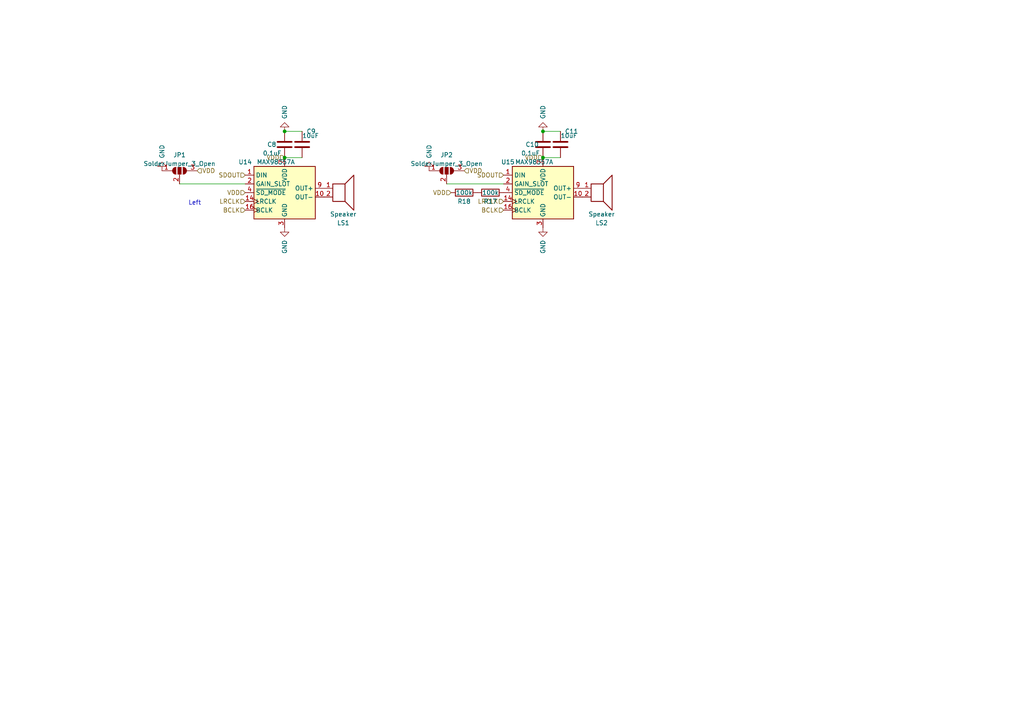
<source format=kicad_sch>
(kicad_sch (version 20230121) (generator eeschema)
  (paper "A4")
  (lib_symbols
    (symbol "Device:C" (pin_numbers hide) (pin_names (offset 0.254))
      (property "Reference" "C" (at 0.635 2.54 0))
      (property "Value" "C" (at 0.635 -2.54 0))
      (symbol "C_0_1"
        (polyline (pts (xy -2.032 -0.762) (xy 2.032 -0.762)) (stroke (width 0.508)))
        (polyline (pts (xy -2.032 0.762) (xy 2.032 0.762)) (stroke (width 0.508)))
      )
      (symbol "C_1_1"
        (pin passive line (at 0 3.81 270) (length 2.794) (name "~") (number "1"))
        (pin passive line (at 0 -3.81 90) (length 2.794) (name "~") (number "2"))
      )
    )
    (symbol "Device:R" (pin_numbers hide) (pin_names (offset 0))
      (property "Reference" "R" (at 2.032 0 90))
      (property "Value" "R" (at 0 0 90))
      (symbol "R_0_1"
        (rectangle (start -1.016 -2.54) (end 1.016 2.54) (stroke (width 0.254)))
      )
      (symbol "R_1_1"
        (pin passive line (at 0 3.81 270) (length 1.27) (name "~") (number "1"))
        (pin passive line (at 0 -3.81 90) (length 1.27) (name "~") (number "2"))
      )
    )
    (symbol "Device:Speaker" (pin_names (offset 0) hide)
      (property "Reference" "LS" (at 1.27 5.715 0))
      (property "Value" "Speaker" (at 1.27 3.81 0))
      (symbol "Speaker_0_0"
        (rectangle (start -2.54 1.27) (end 1.016 -3.81) (stroke (width 0.254)))
        (polyline (pts (xy 1.016 1.27) (xy 3.556 3.81) (xy 3.556 -6.35) (xy 1.016 -3.81)) (stroke (width 0.254)))
      )
      (symbol "Speaker_1_1"
        (pin input line (at -5.08 0 0) (length 2.54) (name "1") (number "1"))
        (pin input line (at -5.08 -2.54 0) (length 2.54) (name "2") (number "2"))
      )
    )
    (symbol "Jumper:SolderJumper_3_Open" (pin_names (offset 0) hide)
      (property "Reference" "JP" (at -2.54 -2.54 0))
      (property "Value" "SolderJumper_3_Open" (at 0 2.794 0))
      (symbol "SolderJumper_3_Open_0_1"
        (arc (start -1.016 1.016) (mid -2.0276 0) (end -1.016 -1.016))
        (arc (start -1.016 1.016) (mid -2.0276 0) (end -1.016 -1.016) (fill (type outline)))
        (rectangle (start -0.508 1.016) (end 0.508 -1.016) (fill (type outline)))
        (polyline (pts (xy -2.54 0) (xy -2.032 0)))
        (polyline (pts (xy -1.016 1.016) (xy -1.016 -1.016)))
        (polyline (pts (xy 0 -1.27) (xy 0 -1.016)))
        (polyline (pts (xy 1.016 1.016) (xy 1.016 -1.016)))
        (polyline (pts (xy 2.54 0) (xy 2.032 0)))
        (arc (start 1.016 -1.016) (mid 2.0276 0) (end 1.016 1.016))
        (arc (start 1.016 -1.016) (mid 2.0276 0) (end 1.016 1.016) (fill (type outline)))
      )
      (symbol "SolderJumper_3_Open_1_1"
        (pin passive line (at -5.08 0 0) (length 2.54) (name "A") (number "1"))
        (pin passive line (at 0 -3.81 90) (length 2.54) (name "C") (number "2"))
        (pin passive line (at 5.08 0 180) (length 2.54) (name "B") (number "3"))
      )
    )
    (symbol "ic:MAX98357A"
      (property "Reference" "U" (at 1.27 -8.89 0))
      (property "Value" "MAX98357A" (at 8.89 8.89 0))
      (symbol "MAX98357A_0_1"
        (rectangle (start -8.89 7.62) (end 8.89 -7.62) (stroke (width 0.254)) (fill (type background)))
      )
      (symbol "MAX98357A_1_1"
        (pin input line (at -11.43 5.08 0) (length 2.54) (name "DIN") (number "1"))
        (pin output line (at 11.43 -1.27 180) (length 2.54) (name "OUT-") (number "10"))
        (pin power_in line (at 0 -10.16 90) (length 2.54) hide (name "GND") (number "11"))
        (pin input clock (at -11.43 -2.54 0) (length 2.54) (name "LRCLK") (number "14"))
        (pin power_in line (at 0 -10.16 90) (length 2.54) hide (name "GND") (number "15"))
        (pin input clock (at -11.43 -5.08 0) (length 2.54) (name "BCLK") (number "16"))
        (pin passive line (at 0 -10.16 90) (length 2.54) hide (name "GND") (number "17"))
        (pin input line (at -11.43 2.54 0) (length 2.54) (name "GAIN_SLOT") (number "2"))
        (pin power_in line (at 0 -10.16 90) (length 2.54) (name "GND") (number "3"))
        (pin input line (at -11.43 0 0) (length 2.54) (name "~{SD_MODE}") (number "4"))
        (pin power_in line (at 0 10.16 270) (length 2.54) (name "VDD") (number "7"))
        (pin power_in line (at 0 10.16 270) (length 2.54) hide (name "VDD") (number "8"))
        (pin output line (at 11.43 1.27 180) (length 2.54) (name "OUT+") (number "9"))
      )
    )
    (symbol "power:GND" (power) (pin_names (offset 0))
      (property "Value" "GND" (at 0 -3.81 0))
      (symbol "GND_0_1"
        (polyline (pts (xy 0 0) (xy 0 -1.27) (xy 1.27 -1.27) (xy 0 -2.54) (xy -1.27 -1.27) (xy 0 -1.27)))
      )
      (symbol "GND_1_1"
        (pin power_in line (at 0 0 270) (length 0) hide (name "GND") (number "1"))
      )
    )
  )
  (junction (at 82.55 38.1))
  (junction (at 157.48 38.1))
  (junction (at 157.48 45.72))
  (junction (at 82.55 45.72))
  (wire (pts (xy 82.55 45.72) (xy 87.63 45.72)))
  (wire (pts (xy 52.07 53.34) (xy 71.12 53.34)))
  (wire (pts (xy 129.54 53.34) (xy 146.05 53.34)))
  (wire (pts (xy 87.63 38.1) (xy 82.55 38.1)))
  (wire (pts (xy 162.56 38.1) (xy 157.48 38.1)))
  (wire (pts (xy 157.48 45.72) (xy 162.56 45.72)))
  (text "Left" (at 54.61 59.69 0) (effects (font (size 1.27 1.27)) (justify left bottom)))
  (hierarchical_label "VDD" (shape input) (at 57.15 49.53 0))
  (hierarchical_label "SDOUT" (shape input) (at 71.12 50.8 180))
  (hierarchical_label "VDD" (shape input) (at 71.12 55.88 180))
  (hierarchical_label "VDD" (shape input) (at 130.81 55.88 180))
  (hierarchical_label "VDD" (shape input) (at 134.62 49.53 0))
  (hierarchical_label "LRCLK" (shape input) (at 146.05 58.42 180))
  (hierarchical_label "BCLK" (shape input) (at 146.05 60.96 180))
  (hierarchical_label "VDD" (shape input) (at 157.48 45.72 180))
  (hierarchical_label "LRCLK" (shape input) (at 71.12 58.42 180))
  (hierarchical_label "VDD" (shape input) (at 82.55 45.72 180))
  (hierarchical_label "SDOUT" (shape input) (at 146.05 50.8 180))
  (hierarchical_label "BCLK" (shape input) (at 71.12 60.96 180))
  (symbol (lib_id "Device:C") (at 87.63 41.91 0) (unit 1)
    (property "Reference" "C9" (at 88.9 38.1 0) (effects (justify left)))
    (property "Value" "10uF" (at 87.63 39.37 0) (effects (justify left)))
    (property "Footprint" "Capacitor_SMD:C_0603_1608Metric" (effects hide))
  )
  (symbol (lib_id "Device:R") (at 134.62 55.88 270) (unit 1)
    (property "Reference" "R18" (at 134.62 58.42 90))
    (property "Value" "100k" (at 134.62 55.88 90))
    (property "Footprint" "Resistor_SMD:R_0603_1608Metric" (effects hide))
  )
  (symbol (lib_id "power:GND") (at 82.55 38.1 180) (unit 1)
    (property "Reference" "#PWR0128" (effects hide))
    (property "Value" "GND" (at 82.55 30.48 90) (effects (justify left)))
  )
  (symbol (lib_id "power:GND") (at 46.99 49.53 180) (unit 1)
    (property "Reference" "#PWR0125" (effects hide))
    (property "Value" "GND" (at 46.99 41.91 90) (effects (justify left)))
  )
  (symbol (lib_id "power:GND") (at 157.48 38.1 180) (unit 1)
    (property "Reference" "#PWR0135" (effects hide))
    (property "Value" "GND" (at 157.48 30.48 90) (effects (justify left)))
  )
  (symbol (lib_id "Device:Speaker") (at 99.06 54.61 0) (unit 1)
    (property "Reference" "LS1" (at 99.568 64.6598 0))
    (property "Value" "Speaker" (at 99.568 62.1229 0))
    (property "Footprint" "misc:CMS1609" (effects hide))
  )
  (symbol (lib_id "Jumper:SolderJumper_3_Open") (at 129.54 49.53 0) (unit 1)
    (property "Reference" "JP2" (at 129.54 44.9412 0))
    (property "Value" "SolderJumper_3_Open" (at 129.54 47.4781 0))
    (property "Footprint" "Jumper:SolderJumper-3_P1.3mm_Open_RoundedPad1.0x1.5mm" (effects hide))
  )
  (symbol (lib_id "power:GND") (at 82.55 66.04 0) (unit 1)
    (property "Reference" "#PWR0127" (effects hide))
    (property "Value" "GND" (at 82.55 73.66 90) (effects (justify left)))
  )
  (symbol (lib_id "power:GND") (at 157.48 66.04 0) (unit 1)
    (property "Reference" "#PWR0133" (effects hide))
    (property "Value" "GND" (at 157.48 73.66 90) (effects (justify left)))
  )
  (symbol (lib_id "Device:Speaker") (at 173.99 54.61 0) (unit 1)
    (property "Reference" "LS2" (at 174.498 64.6598 0))
    (property "Value" "Speaker" (at 174.498 62.1229 0))
    (property "Footprint" "misc:CMS1609" (effects hide))
  )
  (symbol (lib_id "Device:C") (at 82.55 41.91 0) (unit 1)
    (property "Reference" "C8" (at 77.47 41.91 0) (effects (justify left)))
    (property "Value" "0.1uF" (at 76.2 44.45 0) (effects (justify left)))
    (property "Footprint" "Capacitor_SMD:C_0603_1608Metric" (effects hide))
  )
  (symbol (lib_id "Jumper:SolderJumper_3_Open") (at 52.07 49.53 0) (unit 1)
    (property "Reference" "JP1" (at 52.07 44.9412 0))
    (property "Value" "SolderJumper_3_Open" (at 52.07 47.4781 0))
    (property "Footprint" "Jumper:SolderJumper-3_P1.3mm_Open_RoundedPad1.0x1.5mm" (effects hide))
  )
  (symbol (lib_id "Device:R") (at 142.24 55.88 270) (unit 1)
    (property "Reference" "R17" (at 142.24 58.42 90))
    (property "Value" "100k" (at 142.24 55.88 90))
    (property "Footprint" "Resistor_SMD:R_0603_1608Metric" (effects hide))
  )
  (symbol (lib_id "Device:C") (at 162.56 41.91 0) (unit 1)
    (property "Reference" "C11" (at 163.83 38.1 0) (effects (justify left)))
    (property "Value" "10uF" (at 162.56 39.37 0) (effects (justify left)))
    (property "Footprint" "Capacitor_SMD:C_0603_1608Metric" (effects hide))
  )
  (symbol (lib_id "ic:MAX98357A") (at 157.48 55.88 0) (unit 1)
    (property "Reference" "U15" (at 147.32 46.99 0))
    (property "Value" "MAX98357A" (at 154.94 46.99 0))
    (property "Footprint" "Package_DFN_QFN:QFN-16-1EP_3x3mm_P0.5mm_EP1.45x1.45mm" (effects hide))
  )
  (symbol (lib_id "power:GND") (at 124.46 49.53 180) (unit 1)
    (property "Reference" "#PWR0141" (effects hide))
    (property "Value" "GND" (at 124.46 41.91 90) (effects (justify left)))
  )
  (symbol (lib_id "ic:MAX98357A") (at 82.55 55.88 0) (unit 1)
    (property "Reference" "U14" (at 71.12 46.99 0))
    (property "Value" "MAX98357A" (at 80.01 46.99 0))
    (property "Footprint" "Package_DFN_QFN:QFN-16-1EP_3x3mm_P0.5mm_EP1.45x1.45mm" (effects hide))
  )
  (symbol (lib_id "Device:C") (at 157.48 41.91 0) (unit 1)
    (property "Reference" "C10" (at 152.4 41.91 0) (effects (justify left)))
    (property "Value" "0.1uF" (at 151.13 44.45 0) (effects (justify left)))
    (property "Footprint" "Capacitor_SMD:C_0603_1608Metric" (effects hide))
  )
)
</source>
